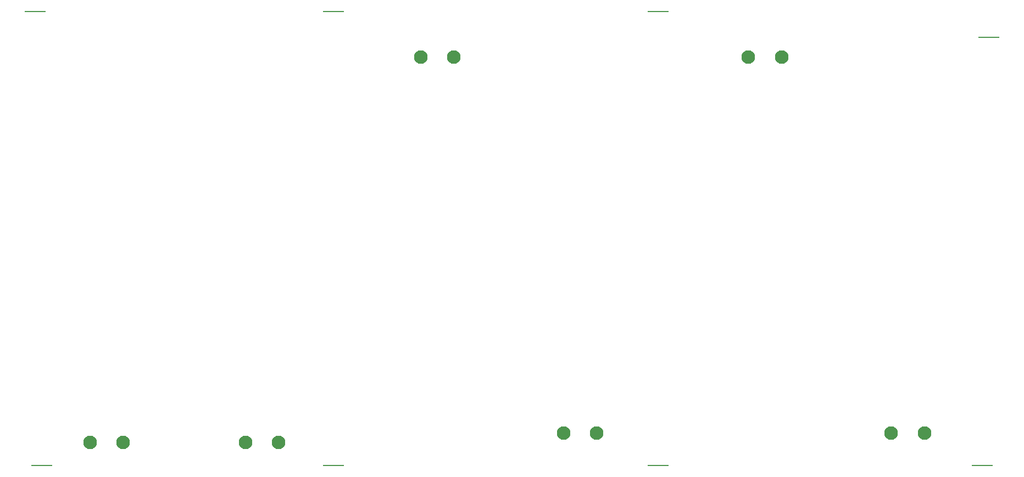
<source format=gbs>
G04*
G04 #@! TF.GenerationSoftware,Altium Limited,Altium Designer,25.4.2 (15)*
G04*
G04 Layer_Color=16711935*
%FSAX44Y44*%
%MOMM*%
G71*
G04*
G04 #@! TF.SameCoordinates,DDFFB4A4-4E3D-46BD-814A-B4F9BFA491BB*
G04*
G04*
G04 #@! TF.FilePolarity,Negative*
G04*
G01*
G75*
%ADD66C,2.1000*%
%ADD67O,3.3000X0.1000*%
D66*
X01359500Y00110000D02*
D03*
X01410500D02*
D03*
X01190500Y00690000D02*
D03*
X01139500D02*
D03*
X00854500Y00110000D02*
D03*
X00905500D02*
D03*
X00685500Y00690000D02*
D03*
X00634500D02*
D03*
X00364500Y00095000D02*
D03*
X00415500D02*
D03*
X00124500D02*
D03*
X00175500D02*
D03*
D67*
X01510000Y00720000D02*
D03*
X01500000Y00060000D02*
D03*
X01000000D02*
D03*
X00500000D02*
D03*
X00050000D02*
D03*
X00040000Y00760000D02*
D03*
X00500000D02*
D03*
X01000000D02*
D03*
M02*

</source>
